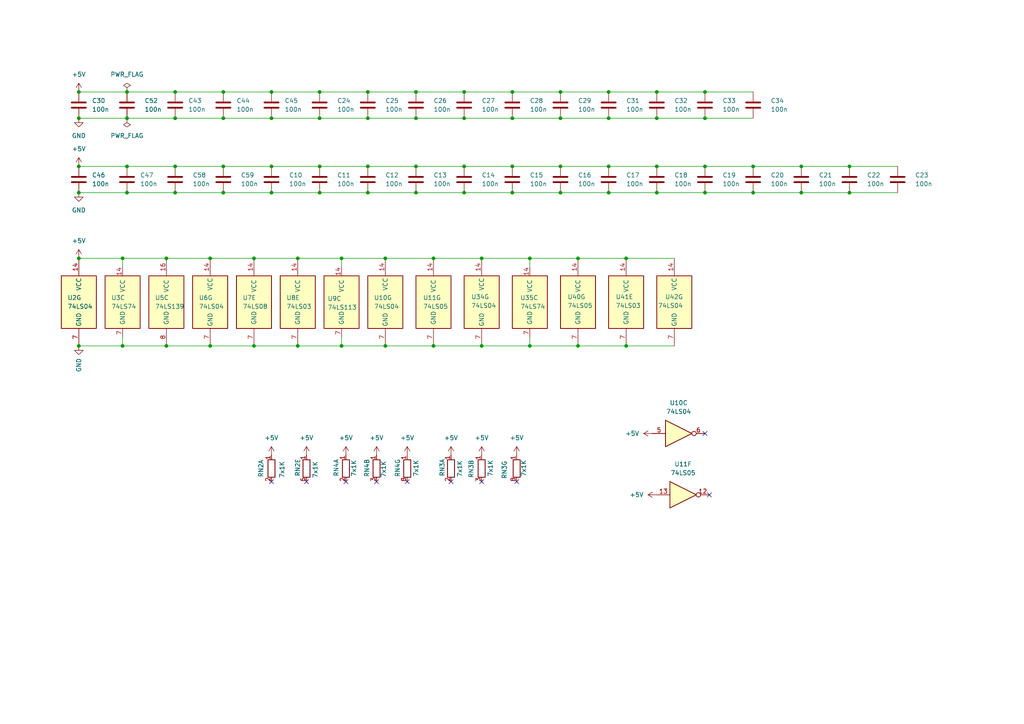
<source format=kicad_sch>
(kicad_sch (version 20250114) (generator "eeschema") (generator_version "9.0")
  (paper "A4")
  (title_block (title "CST Thor  - Clone/Upgrade for Sinclair QL") (date "2025-03-15") (rev "0,1") (company "(C) 2025 Alvaro Alea Fdz") (comment 1 "https://ohwr.org/cern_ohl_s_v2.txt") (comment 2 "CERN Open Hardware Licence Version 2 - Strongly Reciprocal") (comment 3 "Under License") (comment 4 "Power Distribution and Decoupling Capacitors"))
  (lib_symbols
    (symbol "74xx:74LS03" (pin_names (offset 1.016))
      (property "Reference" "U" (at 0 1.27 0))
      (property "Value" "74LS03" (at 0 -1.27 0))
      (symbol "74LS03_1_1"
        (pin input line (at -7.62 2.54 0) (length 3.81) (name "~") (number "1"))
        (pin input line (at -7.62 -2.54 0) (length 3.81) (name "~") (number "2"))
        (pin open_collector inverted (at 7.62 0 180) (length 3.81) (name "~") (number "3"))
      )
      (symbol "74LS03_1_2"
        (pin input inverted (at -7.62 2.54 0) (length 4.318) (name "~") (number "1"))
        (pin input inverted (at -7.62 -2.54 0) (length 4.318) (name "~") (number "2"))
        (pin open_collector line (at 7.62 0 180) (length 3.81) (name "~") (number "3"))
      )
      (symbol "74LS03_2_1"
        (pin input line (at -7.62 2.54 0) (length 3.81) (name "~") (number "4"))
        (pin input line (at -7.62 -2.54 0) (length 3.81) (name "~") (number "5"))
        (pin open_collector inverted (at 7.62 0 180) (length 3.81) (name "~") (number "6"))
      )
      (symbol "74LS03_2_2"
        (pin input inverted (at -7.62 2.54 0) (length 4.318) (name "~") (number "4"))
        (pin input inverted (at -7.62 -2.54 0) (length 4.318) (name "~") (number "5"))
        (pin open_collector line (at 7.62 0 180) (length 3.81) (name "~") (number "6"))
      )
      (symbol "74LS03_3_1"
        (pin input line (at -7.62 2.54 0) (length 3.81) (name "~") (number "9"))
        (pin input line (at -7.62 -2.54 0) (length 3.81) (name "~") (number "10"))
        (pin open_collector inverted (at 7.62 0 180) (length 3.81) (name "~") (number "8"))
      )
      (symbol "74LS03_3_2"
        (pin input inverted (at -7.62 2.54 0) (length 4.318) (name "~") (number "9"))
        (pin input inverted (at -7.62 -2.54 0) (length 4.318) (name "~") (number "10"))
        (pin open_collector line (at 7.62 0 180) (length 3.81) (name "~") (number "8"))
      )
      (symbol "74LS03_4_1"
        (pin input line (at -7.62 2.54 0) (length 3.81) (name "~") (number "12"))
        (pin input line (at -7.62 -2.54 0) (length 3.81) (name "~") (number "13"))
        (pin open_collector inverted (at 7.62 0 180) (length 3.81) (name "~") (number "11"))
      )
      (symbol "74LS03_4_2"
        (pin input inverted (at -7.62 2.54 0) (length 4.318) (name "~") (number "12"))
        (pin input inverted (at -7.62 -2.54 0) (length 4.318) (name "~") (number "13"))
        (pin open_collector line (at 7.62 0 180) (length 3.81) (name "~") (number "11"))
      )
      (symbol "74LS03_5_0"
        (pin power_in line (at 0 12.7 270) (length 5.08) (name "VCC") (number "14"))
        (pin power_in line (at 0 -12.7 90) (length 5.08) (name "GND") (number "7"))
      )
    )
    (symbol "74xx:74LS04"
      (property "Reference" "U" (at 0 1.27 0))
      (property "Value" "74LS04" (at 0 -1.27 0))
      (symbol "74LS04_1_0"
        (pin input line (at -7.62 0 0) (length 3.81) (name "~") (number "1"))
        (pin output inverted (at 7.62 0 180) (length 3.81) (name "~") (number "2"))
      )
      (symbol "74LS04_2_0"
        (pin input line (at -7.62 0 0) (length 3.81) (name "~") (number "3"))
        (pin output inverted (at 7.62 0 180) (length 3.81) (name "~") (number "4"))
      )
      (symbol "74LS04_3_0"
        (pin input line (at -7.62 0 0) (length 3.81) (name "~") (number "5"))
        (pin output inverted (at 7.62 0 180) (length 3.81) (name "~") (number "6"))
      )
      (symbol "74LS04_4_0"
        (pin input line (at -7.62 0 0) (length 3.81) (name "~") (number "9"))
        (pin output inverted (at 7.62 0 180) (length 3.81) (name "~") (number "8"))
      )
      (symbol "74LS04_5_0"
        (pin input line (at -7.62 0 0) (length 3.81) (name "~") (number "11"))
        (pin output inverted (at 7.62 0 180) (length 3.81) (name "~") (number "10"))
      )
      (symbol "74LS04_6_0"
        (pin input line (at -7.62 0 0) (length 3.81) (name "~") (number "13"))
        (pin output inverted (at 7.62 0 180) (length 3.81) (name "~") (number "12"))
      )
      (symbol "74LS04_7_0"
        (pin power_in line (at 0 12.7 270) (length 5.08) (name "VCC") (number "14"))
        (pin power_in line (at 0 -12.7 90) (length 5.08) (name "GND") (number "7"))
      )
    )
    (symbol "74xx:74LS05" (pin_names (offset 1.016))
      (property "Reference" "U" (at 0 1.27 0))
      (property "Value" "74LS05" (at 0 -1.27 0))
      (symbol "74LS05_1_0"
        (pin input line (at -7.62 0 0) (length 3.81) (name "~") (number "1"))
        (pin open_collector inverted (at 7.62 0 180) (length 3.81) (name "~") (number "2"))
      )
      (symbol "74LS05_2_0"
        (pin input line (at -7.62 0 0) (length 3.81) (name "~") (number "3"))
        (pin open_collector inverted (at 7.62 0 180) (length 3.81) (name "~") (number "4"))
      )
      (symbol "74LS05_3_0"
        (pin input line (at -7.62 0 0) (length 3.81) (name "~") (number "5"))
        (pin open_collector inverted (at 7.62 0 180) (length 3.81) (name "~") (number "6"))
      )
      (symbol "74LS05_4_0"
        (pin input line (at -7.62 0 0) (length 3.81) (name "~") (number "9"))
        (pin open_collector inverted (at 7.62 0 180) (length 3.81) (name "~") (number "8"))
      )
      (symbol "74LS05_5_0"
        (pin input line (at -7.62 0 0) (length 3.81) (name "~") (number "11"))
        (pin open_collector inverted (at 7.62 0 180) (length 3.81) (name "~") (number "10"))
      )
      (symbol "74LS05_6_0"
        (pin input line (at -7.62 0 0) (length 3.81) (name "~") (number "13"))
        (pin open_collector inverted (at 7.62 0 180) (length 3.81) (name "~") (number "12"))
      )
      (symbol "74LS05_7_0"
        (pin power_in line (at 0 12.7 270) (length 5.08) (name "VCC") (number "14"))
        (pin power_in line (at 0 -12.7 90) (length 5.08) (name "GND") (number "7"))
      )
    )
    (symbol "74xx:74LS08" (pin_names (offset 1.016))
      (property "Reference" "U" (at 0 1.27 0))
      (property "Value" "74LS08" (at 0 -1.27 0))
      (symbol "74LS08_1_1"
        (pin input line (at -7.62 2.54 0) (length 3.81) (name "~") (number "1"))
        (pin input line (at -7.62 -2.54 0) (length 3.81) (name "~") (number "2"))
        (pin output line (at 7.62 0 180) (length 3.81) (name "~") (number "3"))
      )
      (symbol "74LS08_1_2"
        (pin input inverted (at -7.62 2.54 0) (length 4.318) (name "~") (number "1"))
        (pin input inverted (at -7.62 -2.54 0) (length 4.318) (name "~") (number "2"))
        (pin output inverted (at 7.62 0 180) (length 3.81) (name "~") (number "3"))
      )
      (symbol "74LS08_2_1"
        (pin input line (at -7.62 2.54 0) (length 3.81) (name "~") (number "4"))
        (pin input line (at -7.62 -2.54 0) (length 3.81) (name "~") (number "5"))
        (pin output line (at 7.62 0 180) (length 3.81) (name "~") (number "6"))
      )
      (symbol "74LS08_2_2"
        (pin input inverted (at -7.62 2.54 0) (length 4.318) (name "~") (number "4"))
        (pin input inverted (at -7.62 -2.54 0) (length 4.318) (name "~") (number "5"))
        (pin output inverted (at 7.62 0 180) (length 3.81) (name "~") (number "6"))
      )
      (symbol "74LS08_3_1"
        (pin input line (at -7.62 2.54 0) (length 3.81) (name "~") (number "9"))
        (pin input line (at -7.62 -2.54 0) (length 3.81) (name "~") (number "10"))
        (pin output line (at 7.62 0 180) (length 3.81) (name "~") (number "8"))
      )
      (symbol "74LS08_3_2"
        (pin input inverted (at -7.62 2.54 0) (length 4.318) (name "~") (number "9"))
        (pin input inverted (at -7.62 -2.54 0) (length 4.318) (name "~") (number "10"))
        (pin output inverted (at 7.62 0 180) (length 3.81) (name "~") (number "8"))
      )
      (symbol "74LS08_4_1"
        (pin input line (at -7.62 2.54 0) (length 3.81) (name "~") (number "12"))
        (pin input line (at -7.62 -2.54 0) (length 3.81) (name "~") (number "13"))
        (pin output line (at 7.62 0 180) (length 3.81) (name "~") (number "11"))
      )
      (symbol "74LS08_4_2"
        (pin input inverted (at -7.62 2.54 0) (length 4.318) (name "~") (number "12"))
        (pin input inverted (at -7.62 -2.54 0) (length 4.318) (name "~") (number "13"))
        (pin output inverted (at 7.62 0 180) (length 3.81) (name "~") (number "11"))
      )
      (symbol "74LS08_5_0"
        (pin power_in line (at 0 12.7 270) (length 5.08) (name "VCC") (number "14"))
        (pin power_in line (at 0 -12.7 90) (length 5.08) (name "GND") (number "7"))
      )
    )
    (symbol "74xx:74LS113" (pin_names (offset 1.016))
      (property "Reference" "U" (at -7.62 8.89 0))
      (property "Value" "74LS113" (at -7.62 -8.89 0))
      (symbol "74LS113_1_0"
        (pin input line (at -7.62 2.54 0) (length 2.54) (name "J") (number "3"))
        (pin input clock (at -7.62 0 0) (length 2.54) (name "C") (number "1"))
        (pin input line (at -7.62 -2.54 0) (length 2.54) (name "K") (number "2"))
        (pin input line (at 0 7.62 270) (length 2.54) (name "~{S}") (number "4"))
        (pin output line (at 7.62 2.54 180) (length 2.54) (name "Q") (number "5"))
        (pin output line (at 7.62 -2.54 180) (length 2.54) (name "~{Q}") (number "6"))
      )
      (symbol "74LS113_2_0"
        (pin input line (at -7.62 2.54 0) (length 2.54) (name "J") (number "11"))
        (pin input clock (at -7.62 0 0) (length 2.54) (name "C") (number "13"))
        (pin input line (at -7.62 -2.54 0) (length 2.54) (name "K") (number "12"))
        (pin input line (at 0 7.62 270) (length 2.54) (name "~{S}") (number "10"))
        (pin output line (at 7.62 2.54 180) (length 2.54) (name "Q") (number "9"))
        (pin output line (at 7.62 -2.54 180) (length 2.54) (name "~{Q}") (number "8"))
      )
      (symbol "74LS113_3_0"
        (pin power_in line (at 0 10.16 270) (length 2.54) (name "VCC") (number "14"))
        (pin power_in line (at 0 -10.16 90) (length 2.54) (name "GND") (number "7"))
      )
    )
    (symbol "74xx:74LS139" (pin_names (offset 1.016))
      (property "Reference" "U" (at -7.62 8.89 0))
      (property "Value" "74LS139" (at -7.62 -8.89 0))
      (symbol "74LS139_1_0"
        (pin input line (at -12.7 2.54 0) (length 5.08) (name "A1") (number "3"))
        (pin input line (at -12.7 0 0) (length 5.08) (name "A0") (number "2"))
        (pin input inverted (at -12.7 -5.08 0) (length 5.08) (name "E") (number "1"))
        (pin output inverted (at 12.7 2.54 180) (length 5.08) (name "O0") (number "4"))
        (pin output inverted (at 12.7 0 180) (length 5.08) (name "O1") (number "5"))
        (pin output inverted (at 12.7 -2.54 180) (length 5.08) (name "O2") (number "6"))
        (pin output inverted (at 12.7 -5.08 180) (length 5.08) (name "O3") (number "7"))
      )
      (symbol "74LS139_2_0"
        (pin input line (at -12.7 2.54 0) (length 5.08) (name "A1") (number "13"))
        (pin input line (at -12.7 0 0) (length 5.08) (name "A0") (number "14"))
        (pin input inverted (at -12.7 -5.08 0) (length 5.08) (name "E") (number "15"))
        (pin output inverted (at 12.7 2.54 180) (length 5.08) (name "O0") (number "12"))
        (pin output inverted (at 12.7 0 180) (length 5.08) (name "O1") (number "11"))
        (pin output inverted (at 12.7 -2.54 180) (length 5.08) (name "O2") (number "10"))
        (pin output inverted (at 12.7 -5.08 180) (length 5.08) (name "O3") (number "9"))
      )
      (symbol "74LS139_3_0"
        (pin power_in line (at 0 12.7 270) (length 5.08) (name "VCC") (number "16"))
        (pin power_in line (at 0 -12.7 90) (length 5.08) (name "GND") (number "8"))
      )
    )
    (symbol "74xx:74LS74" (pin_names (offset 1.016))
      (property "Reference" "U" (at -7.62 8.89 0))
      (property "Value" "74LS74" (at -7.62 -8.89 0))
      (symbol "74LS74_1_0"
        (pin input line (at -7.62 2.54 0) (length 2.54) (name "D") (number "2"))
        (pin input clock (at -7.62 0 0) (length 2.54) (name "C") (number "3"))
        (pin input line (at 0 7.62 270) (length 2.54) (name "~{S}") (number "4"))
        (pin input line (at 0 -7.62 90) (length 2.54) (name "~{R}") (number "1"))
        (pin output line (at 7.62 2.54 180) (length 2.54) (name "Q") (number "5"))
        (pin output line (at 7.62 -2.54 180) (length 2.54) (name "~{Q}") (number "6"))
      )
      (symbol "74LS74_2_0"
        (pin input line (at -7.62 2.54 0) (length 2.54) (name "D") (number "12"))
        (pin input clock (at -7.62 0 0) (length 2.54) (name "C") (number "11"))
        (pin input line (at 0 7.62 270) (length 2.54) (name "~{S}") (number "10"))
        (pin input line (at 0 -7.62 90) (length 2.54) (name "~{R}") (number "13"))
        (pin output line (at 7.62 2.54 180) (length 2.54) (name "Q") (number "9"))
        (pin output line (at 7.62 -2.54 180) (length 2.54) (name "~{Q}") (number "8"))
      )
      (symbol "74LS74_3_0"
        (pin power_in line (at 0 10.16 270) (length 2.54) (name "VCC") (number "14"))
        (pin power_in line (at 0 -10.16 90) (length 2.54) (name "GND") (number "7"))
      )
    )
    (symbol "Device:C" (pin_numbers (hide yes)) (pin_names (offset 0.254))
      (property "Reference" "C" (at 0.635 2.54 0))
      (property "Value" "C" (at 0.635 -2.54 0))
      (symbol "C_1_1"
        (pin passive line (at 0 3.81 270) (length 2.794) (name "~") (number "1"))
        (pin passive line (at 0 -3.81 90) (length 2.794) (name "~") (number "2"))
      )
    )
    (symbol "Device:R_Network07_Split" (pin_names (offset 0) (hide yes))
      (property "Reference" "RN" (at 2.032 0 90))
      (property "Value" "R_Network07_Split" (at 0 0 90))
      (symbol "R_Network07_Split_0_1"
        (pin passive line (at 0 3.81 270) (length 1.27) (name "R1") (number "1"))
      )
      (symbol "R_Network07_Split_1_1"
        (pin passive line (at 0 -3.81 90) (length 1.27) (name "R1.2") (number "2"))
      )
      (symbol "R_Network07_Split_2_1"
        (pin passive line (at 0 -3.81 90) (length 1.27) (name "R2.2") (number "3"))
      )
      (symbol "R_Network07_Split_3_1"
        (pin passive line (at 0 -3.81 90) (length 1.27) (name "R3.2") (number "4"))
      )
      (symbol "R_Network07_Split_4_1"
        (pin passive line (at 0 -3.81 90) (length 1.27) (name "R4.2") (number "5"))
      )
      (symbol "R_Network07_Split_5_1"
        (pin passive line (at 0 -3.81 90) (length 1.27) (name "R5.2") (number "6"))
      )
      (symbol "R_Network07_Split_6_1"
        (pin passive line (at 0 -3.81 90) (length 1.27) (name "R6.2") (number "7"))
      )
      (symbol "R_Network07_Split_7_1"
        (pin passive line (at 0 -3.81 90) (length 1.27) (name "R7.2") (number "8"))
      )
    )
    (symbol "power:+5V" (power) (pin_numbers (hide yes)) (pin_names (offset 0) (hide yes))
      (property "Value" "+5V" (at 0 3.556 0))
      (symbol "+5V_1_1"
        (pin power_in line (at 0 0 90) (length 0) (name "~") (number "1"))
      )
    )
    (symbol "power:GND" (power) (pin_numbers (hide yes)) (pin_names (offset 0) (hide yes))
      (property "Value" "GND" (at 0 -3.81 0))
      (symbol "GND_1_1"
        (pin power_in line (at 0 0 270) (length 0) (name "~") (number "1"))
      )
    )
    (symbol "power:PWR_FLAG" (power) (pin_numbers (hide yes)) (pin_names (offset 0) (hide yes))
      (property "Value" "PWR_FLAG" (at 0 3.81 0))
      (symbol "PWR_FLAG_0_0"
        (pin power_out line (at 0 0 90) (length 0) (name "~") (number "1"))
      )
    )
  )
  (junction (at 204.47 48.26))
  (junction (at 176.53 55.88))
  (junction (at 111.76 100.33))
  (junction (at 134.62 34.29))
  (junction (at 181.61 74.93))
  (junction (at 167.64 100.33))
  (junction (at 50.8 55.88))
  (junction (at 190.5 48.26))
  (junction (at 148.59 55.88))
  (junction (at 153.67 74.93))
  (junction (at 232.41 55.88))
  (junction (at 125.73 74.93))
  (junction (at 106.68 55.88))
  (junction (at 78.74 26.67))
  (junction (at 106.68 48.26))
  (junction (at 92.71 48.26))
  (junction (at 99.06 74.93))
  (junction (at 92.71 34.29))
  (junction (at 36.83 48.26))
  (junction (at 167.64 74.93))
  (junction (at 50.8 26.67))
  (junction (at 162.56 26.67))
  (junction (at 78.74 34.29))
  (junction (at 120.65 34.29))
  (junction (at 50.8 34.29))
  (junction (at 204.47 55.88))
  (junction (at 36.83 34.29))
  (junction (at 162.56 55.88))
  (junction (at 36.83 26.67))
  (junction (at 48.26 100.33))
  (junction (at 148.59 34.29))
  (junction (at 48.26 74.93))
  (junction (at 78.74 48.26))
  (junction (at 106.68 34.29))
  (junction (at 64.77 48.26))
  (junction (at 92.71 55.88))
  (junction (at 22.86 100.33))
  (junction (at 134.62 55.88))
  (junction (at 78.74 55.88))
  (junction (at 139.7 74.93))
  (junction (at 50.8 48.26))
  (junction (at 120.65 55.88))
  (junction (at 176.53 48.26))
  (junction (at 162.56 48.26))
  (junction (at 60.96 74.93))
  (junction (at 232.41 48.26))
  (junction (at 86.36 74.93))
  (junction (at 22.86 48.26))
  (junction (at 218.44 48.26))
  (junction (at 162.56 34.29))
  (junction (at 246.38 55.88))
  (junction (at 22.86 26.67))
  (junction (at 106.68 26.67))
  (junction (at 148.59 26.67))
  (junction (at 73.66 74.93))
  (junction (at 181.61 100.33))
  (junction (at 176.53 26.67))
  (junction (at 120.65 26.67))
  (junction (at 64.77 55.88))
  (junction (at 139.7 100.33))
  (junction (at 190.5 26.67))
  (junction (at 22.86 34.29))
  (junction (at 153.67 100.33))
  (junction (at 35.56 74.93))
  (junction (at 176.53 34.29))
  (junction (at 73.66 100.33))
  (junction (at 35.56 100.33))
  (junction (at 64.77 26.67))
  (junction (at 22.86 55.88))
  (junction (at 92.71 26.67))
  (junction (at 190.5 55.88))
  (junction (at 204.47 34.29))
  (junction (at 204.47 26.67))
  (junction (at 148.59 48.26))
  (junction (at 111.76 74.93))
  (junction (at 60.96 100.33))
  (junction (at 134.62 26.67))
  (junction (at 246.38 48.26))
  (junction (at 120.65 48.26))
  (junction (at 125.73 100.33))
  (junction (at 36.83 55.88))
  (junction (at 86.36 100.33))
  (junction (at 190.5 34.29))
  (junction (at 134.62 48.26))
  (junction (at 218.44 55.88))
  (junction (at 99.06 100.33))
  (junction (at 22.86 74.93))
  (junction (at 64.77 34.29))
  (no_connect (at 204.47 125.73))
  (no_connect (at 78.74 139.7))
  (no_connect (at 100.33 139.7))
  (no_connect (at 205.74 143.51))
  (no_connect (at 149.86 139.7))
  (no_connect (at 88.9 139.7))
  (no_connect (at 118.11 139.7))
  (no_connect (at 109.22 139.7))
  (no_connect (at 130.81 139.7))
  (no_connect (at 139.7 139.7))
  (wire (pts (xy 181.61 74.93) (xy 195.58 74.93)))
  (wire (pts (xy 78.74 48.26) (xy 92.71 48.26)))
  (wire (pts (xy 162.56 26.67) (xy 176.53 26.67)))
  (wire (pts (xy 92.71 48.26) (xy 106.68 48.26)))
  (wire (pts (xy 153.67 74.93) (xy 153.67 77.47)))
  (wire (pts (xy 190.5 48.26) (xy 204.47 48.26)))
  (wire (pts (xy 64.77 48.26) (xy 78.74 48.26)))
  (wire (pts (xy 106.68 34.29) (xy 120.65 34.29)))
  (wire (pts (xy 232.41 48.26) (xy 246.38 48.26)))
  (wire (pts (xy 176.53 55.88) (xy 190.5 55.88)))
  (wire (pts (xy 162.56 48.26) (xy 176.53 48.26)))
  (wire (pts (xy 78.74 55.88) (xy 92.71 55.88)))
  (wire (pts (xy 204.47 55.88) (xy 218.44 55.88)))
  (wire (pts (xy 148.59 48.26) (xy 162.56 48.26)))
  (wire (pts (xy 35.56 74.93) (xy 48.26 74.93)))
  (wire (pts (xy 134.62 48.26) (xy 148.59 48.26)))
  (wire (pts (xy 48.26 74.93) (xy 60.96 74.93)))
  (wire (pts (xy 86.36 74.93) (xy 99.06 74.93)))
  (wire (pts (xy 36.83 48.26) (xy 50.8 48.26)))
  (wire (pts (xy 99.06 100.33) (xy 111.76 100.33)))
  (wire (pts (xy 99.06 74.93) (xy 99.06 77.47)))
  (wire (pts (xy 106.68 26.67) (xy 120.65 26.67)))
  (wire (pts (xy 60.96 74.93) (xy 73.66 74.93)))
  (wire (pts (xy 134.62 26.67) (xy 148.59 26.67)))
  (wire (pts (xy 148.59 34.29) (xy 162.56 34.29)))
  (wire (pts (xy 22.86 74.93) (xy 35.56 74.93)))
  (wire (pts (xy 99.06 74.93) (xy 111.76 74.93)))
  (wire (pts (xy 73.66 74.93) (xy 86.36 74.93)))
  (wire (pts (xy 64.77 55.88) (xy 78.74 55.88)))
  (wire (pts (xy 167.64 100.33) (xy 181.61 100.33)))
  (wire (pts (xy 106.68 48.26) (xy 120.65 48.26)))
  (wire (pts (xy 64.77 26.67) (xy 78.74 26.67)))
  (wire (pts (xy 22.86 48.26) (xy 36.83 48.26)))
  (wire (pts (xy 139.7 100.33) (xy 153.67 100.33)))
  (wire (pts (xy 50.8 48.26) (xy 64.77 48.26)))
  (wire (pts (xy 120.65 26.67) (xy 134.62 26.67)))
  (wire (pts (xy 73.66 100.33) (xy 86.36 100.33)))
  (wire (pts (xy 162.56 34.29) (xy 176.53 34.29)))
  (wire (pts (xy 176.53 34.29) (xy 190.5 34.29)))
  (wire (pts (xy 204.47 26.67) (xy 218.44 26.67)))
  (wire (pts (xy 48.26 100.33) (xy 60.96 100.33)))
  (wire (pts (xy 134.62 34.29) (xy 148.59 34.29)))
  (wire (pts (xy 50.8 34.29) (xy 64.77 34.29)))
  (wire (pts (xy 120.65 48.26) (xy 134.62 48.26)))
  (wire (pts (xy 232.41 55.88) (xy 246.38 55.88)))
  (wire (pts (xy 125.73 100.33) (xy 139.7 100.33)))
  (wire (pts (xy 153.67 100.33) (xy 153.67 97.79)))
  (wire (pts (xy 86.36 100.33) (xy 99.06 100.33)))
  (wire (pts (xy 246.38 48.26) (xy 260.35 48.26)))
  (wire (pts (xy 190.5 55.88) (xy 204.47 55.88)))
  (wire (pts (xy 22.86 34.29) (xy 36.83 34.29)))
  (wire (pts (xy 181.61 100.33) (xy 195.58 100.33)))
  (wire (pts (xy 92.71 34.29) (xy 106.68 34.29)))
  (wire (pts (xy 99.06 100.33) (xy 99.06 97.79)))
  (wire (pts (xy 35.56 74.93) (xy 35.56 77.47)))
  (wire (pts (xy 153.67 74.93) (xy 167.64 74.93)))
  (wire (pts (xy 204.47 48.26) (xy 218.44 48.26)))
  (wire (pts (xy 36.83 34.29) (xy 50.8 34.29)))
  (wire (pts (xy 36.83 26.67) (xy 50.8 26.67)))
  (wire (pts (xy 162.56 55.88) (xy 176.53 55.88)))
  (wire (pts (xy 181.61 74.93) (xy 167.64 74.93)))
  (wire (pts (xy 50.8 55.88) (xy 64.77 55.88)))
  (wire (pts (xy 153.67 100.33) (xy 167.64 100.33)))
  (wire (pts (xy 36.83 55.88) (xy 50.8 55.88)))
  (wire (pts (xy 35.56 97.79) (xy 35.56 100.33)))
  (wire (pts (xy 139.7 74.93) (xy 153.67 74.93)))
  (wire (pts (xy 204.47 34.29) (xy 218.44 34.29)))
  (wire (pts (xy 176.53 26.67) (xy 190.5 26.67)))
  (wire (pts (xy 148.59 26.67) (xy 162.56 26.67)))
  (wire (pts (xy 176.53 48.26) (xy 190.5 48.26)))
  (wire (pts (xy 92.71 26.67) (xy 106.68 26.67)))
  (wire (pts (xy 22.86 100.33) (xy 35.56 100.33)))
  (wire (pts (xy 190.5 34.29) (xy 204.47 34.29)))
  (wire (pts (xy 111.76 100.33) (xy 125.73 100.33)))
  (wire (pts (xy 218.44 48.26) (xy 232.41 48.26)))
  (wire (pts (xy 35.56 100.33) (xy 48.26 100.33)))
  (wire (pts (xy 22.86 55.88) (xy 36.83 55.88)))
  (wire (pts (xy 120.65 34.29) (xy 134.62 34.29)))
  (wire (pts (xy 134.62 55.88) (xy 148.59 55.88)))
  (wire (pts (xy 111.76 74.93) (xy 125.73 74.93)))
  (wire (pts (xy 125.73 74.93) (xy 139.7 74.93)))
  (wire (pts (xy 22.86 26.67) (xy 36.83 26.67)))
  (wire (pts (xy 218.44 55.88) (xy 232.41 55.88)))
  (wire (pts (xy 64.77 34.29) (xy 78.74 34.29)))
  (wire (pts (xy 106.68 55.88) (xy 120.65 55.88)))
  (wire (pts (xy 60.96 100.33) (xy 73.66 100.33)))
  (wire (pts (xy 92.71 55.88) (xy 106.68 55.88)))
  (wire (pts (xy 78.74 26.67) (xy 92.71 26.67)))
  (wire (pts (xy 190.5 26.67) (xy 204.47 26.67)))
  (wire (pts (xy 148.59 55.88) (xy 162.56 55.88)))
  (wire (pts (xy 50.8 26.67) (xy 64.77 26.67)))
  (wire (pts (xy 120.65 55.88) (xy 134.62 55.88)))
  (wire (pts (xy 246.38 55.88) (xy 260.35 55.88)))
  (wire (pts (xy 78.74 34.29) (xy 92.71 34.29)))
  (symbol (lib_id "power:+5V") (at 118.11 132.08 0) (unit 1)
    (property "Reference" "#PWR0128" (effects (hide yes)))
    (property "Value" "+5V" (at 118.11 127 0))
    (property "Description" "Power symbol creates a global label with name \"+5V\"" (effects (hide yes)))
  )
  (symbol (lib_id "Device:C") (at 120.65 30.48 0) (unit 1)
    (property "Reference" "C26" (at 125.73 29.2099 0) (effects (justify left)))
    (property "Value" "100n" (at 125.73 31.7499 0) (effects (justify left)))
    (property "Footprint" "Capacitor_THT:C_Disc_D4.3mm_W1.9mm_P5.00mm" (effects (hide yes)))
    (property "Description" "Unpolarized capacitor" (effects (hide yes)))
  )
  (symbol (lib_id "74xx:74LS139") (at 48.26 87.63 0) (unit 3)
    (property "Reference" "U5" (at 44.958 86.36 0) (effects (justify left)))
    (property "Value" "74LS139" (at 44.958 88.9 0) (effects (justify left)))
    (property "Footprint" "Package_DIP:DIP-16_W7.62mm" (effects (hide yes)))
    (property "Datasheet" "http://www.ti.com/lit/ds/symlink/sn74ls139a.pdf" (effects (hide yes)))
  )
  (symbol (lib_id "Device:C") (at 78.74 30.48 0) (unit 1)
    (property "Reference" "C45" (at 82.55 29.2099 0) (effects (justify left)))
    (property "Value" "100n" (at 82.55 31.7499 0) (effects (justify left)))
    (property "Footprint" "Capacitor_THT:C_Disc_D4.3mm_W1.9mm_P5.00mm" (effects (hide yes)))
    (property "Description" "Unpolarized capacitor" (effects (hide yes)))
  )
  (symbol (lib_id "Device:R_Network07_Split") (at 78.74 135.89 0) (unit 1)
    (property "Reference" "RN2" (at 75.692 138.43 90) (effects (justify left)))
    (property "Value" "7x1K" (at 81.788 138.684 90) (effects (justify left)))
    (property "Footprint" "Resistor_THT:R_Array_SIP8" (effects (hide yes)))
    (property "Datasheet" "http://www.vishay.com/docs/31509/csc.pdf" (effects (hide yes)))
    (property "Description" "7 resistor network, star topology, bussed resistors, split" (effects (hide yes)))
  )
  (symbol (lib_id "Device:C") (at 22.86 30.48 0) (unit 1)
    (property "Reference" "C30" (at 26.67 29.2099 0) (effects (justify left)))
    (property "Value" "100n" (at 26.67 31.7499 0) (effects (justify left)))
    (property "Footprint" "Capacitor_THT:C_Disc_D4.3mm_W1.9mm_P5.00mm" (effects (hide yes)))
    (property "Description" "Unpolarized capacitor" (effects (hide yes)))
  )
  (symbol (lib_id "Device:C") (at 36.83 52.07 0) (unit 1)
    (property "Reference" "C47" (at 40.64 50.7999 0) (effects (justify left)))
    (property "Value" "100n" (at 40.64 53.3399 0) (effects (justify left)))
    (property "Footprint" "Capacitor_THT:C_Disc_D4.3mm_W1.9mm_P5.00mm" (effects (hide yes)))
    (property "Description" "Unpolarized capacitor" (effects (hide yes)))
  )
  (symbol (lib_id "74xx:74LS04") (at 139.7 87.63 0) (unit 7)
    (property "Reference" "U34" (at 136.652 86.106 0) (effects (justify left)))
    (property "Value" "74LS04" (at 136.652 88.646 0) (effects (justify left)))
    (property "Footprint" "Package_DIP:DIP-14_W7.62mm" (effects (hide yes)))
    (property "Datasheet" "http://www.ti.com/lit/gpn/sn74LS04" (effects (hide yes)))
    (property "Description" "Hex Inverter" (effects (hide yes)))
  )
  (symbol (lib_id "power:+5V") (at 139.7 132.08 0) (unit 1)
    (property "Reference" "#PWR0130" (effects (hide yes)))
    (property "Value" "+5V" (at 139.7 127 0))
    (property "Description" "Power symbol creates a global label with name \"+5V\"" (effects (hide yes)))
  )
  (symbol (lib_id "Device:C") (at 106.68 52.07 0) (unit 1)
    (property "Reference" "C12" (at 111.76 50.7999 0) (effects (justify left)))
    (property "Value" "100n" (at 111.76 53.3399 0) (effects (justify left)))
    (property "Footprint" "Capacitor_THT:C_Disc_D4.3mm_W1.9mm_P5.00mm" (effects (hide yes)))
    (property "Description" "Unpolarized capacitor" (effects (hide yes)))
  )
  (symbol (lib_id "74xx:74LS04") (at 22.86 87.63 0) (unit 7)
    (property "Reference" "U2" (at 19.558 86.36 0) (effects (justify left)))
    (property "Value" "74LS04" (at 19.558 88.9 0) (effects (justify left)))
    (property "Footprint" "Package_DIP:DIP-14_W7.62mm" (effects (hide yes)))
    (property "Datasheet" "http://www.ti.com/lit/gpn/sn74LS04" (effects (hide yes)))
  )
  (symbol (lib_id "Device:C") (at 190.5 30.48 0) (unit 1)
    (property "Reference" "C32" (at 195.58 29.2099 0) (effects (justify left)))
    (property "Value" "100n" (at 195.58 31.7499 0) (effects (justify left)))
    (property "Footprint" "Capacitor_THT:C_Disc_D4.3mm_W1.9mm_P5.00mm" (effects (hide yes)))
    (property "Description" "Unpolarized capacitor" (effects (hide yes)))
  )
  (symbol (lib_id "Device:R_Network07_Split") (at 149.86 135.89 0) (unit 7)
    (property "Reference" "RN3" (at 146.304 133.604 90) (effects (justify right)))
    (property "Value" "7x1K" (at 151.892 133.35 90) (effects (justify right)))
    (property "Footprint" "Resistor_THT:R_Array_SIP8" (effects (hide yes)))
    (property "Datasheet" "http://www.vishay.com/docs/31509/csc.pdf" (effects (hide yes)))
    (property "Description" "7 resistor network, star topology, bussed resistors, split" (effects (hide yes)))
  )
  (symbol (lib_id "power:+5V") (at 189.23 125.73 90) (unit 1)
    (property "Reference" "#PWR0118" (effects (hide yes)))
    (property "Value" "+5V" (at 185.42 125.7299 90) (effects (justify left)))
    (property "Description" "Power symbol creates a global label with name \"+5V\"" (effects (hide yes)))
  )
  (symbol (lib_id "Device:C") (at 218.44 52.07 0) (unit 1)
    (property "Reference" "C20" (at 223.52 50.7999 0) (effects (justify left)))
    (property "Value" "100n" (at 223.52 53.3399 0) (effects (justify left)))
    (property "Footprint" "Capacitor_THT:C_Disc_D4.3mm_W1.9mm_P5.00mm" (effects (hide yes)))
    (property "Description" "Unpolarized capacitor" (effects (hide yes)))
  )
  (symbol (lib_id "power:PWR_FLAG") (at 36.83 34.29 180) (unit 1)
    (property "Reference" "#FLG045" (effects (hide yes)))
    (property "Value" "PWR_FLAG" (at 36.83 39.37 0))
    (property "Description" "Special symbol for telling ERC where power comes from" (effects (hide yes)))
  )
  (symbol (lib_id "power:+5V") (at 100.33 132.08 0) (unit 1)
    (property "Reference" "#PWR0126" (effects (hide yes)))
    (property "Value" "+5V" (at 100.33 127 0))
    (property "Description" "Power symbol creates a global label with name \"+5V\"" (effects (hide yes)))
  )
  (symbol (lib_id "Device:R_Network07_Split") (at 139.7 135.89 0) (unit 2)
    (property "Reference" "RN3" (at 136.652 133.35 90) (effects (justify right)))
    (property "Value" "7x1K" (at 142.24 133.35 90) (effects (justify right)))
    (property "Footprint" "Resistor_THT:R_Array_SIP8" (effects (hide yes)))
    (property "Datasheet" "http://www.vishay.com/docs/31509/csc.pdf" (effects (hide yes)))
    (property "Description" "7 resistor network, star topology, bussed resistors, split" (effects (hide yes)))
  )
  (symbol (lib_id "power:+5V") (at 149.86 132.08 0) (unit 1)
    (property "Reference" "#PWR0131" (effects (hide yes)))
    (property "Value" "+5V" (at 149.86 127 0))
    (property "Description" "Power symbol creates a global label with name \"+5V\"" (effects (hide yes)))
  )
  (symbol (lib_id "Device:C") (at 162.56 52.07 0) (unit 1)
    (property "Reference" "C16" (at 167.64 50.7999 0) (effects (justify left)))
    (property "Value" "100n" (at 167.64 53.3399 0) (effects (justify left)))
    (property "Footprint" "Capacitor_THT:C_Disc_D4.3mm_W1.9mm_P5.00mm" (effects (hide yes)))
    (property "Description" "Unpolarized capacitor" (effects (hide yes)))
  )
  (symbol (lib_id "power:GND") (at 22.86 55.88 0) (unit 1)
    (property "Reference" "#PWR068" (effects (hide yes)))
    (property "Value" "GND" (at 22.86 60.96 0))
    (property "Description" "Power symbol creates a global label with name \"GND\" , ground" (effects (hide yes)))
  )
  (symbol (lib_id "Device:C") (at 22.86 52.07 0) (unit 1)
    (property "Reference" "C46" (at 26.67 50.7999 0) (effects (justify left)))
    (property "Value" "100n" (at 26.67 53.3399 0) (effects (justify left)))
    (property "Footprint" "Capacitor_THT:C_Disc_D4.3mm_W1.9mm_P5.00mm" (effects (hide yes)))
    (property "Description" "Unpolarized capacitor" (effects (hide yes)))
  )
  (symbol (lib_id "Device:R_Network07_Split") (at 88.9 135.89 0) (unit 5)
    (property "Reference" "RN2" (at 86.36 138.176 90) (effects (justify left)))
    (property "Value" "7x1K" (at 91.44 138.684 90) (effects (justify left)))
    (property "Footprint" "Resistor_THT:R_Array_SIP8" (effects (hide yes)))
    (property "Datasheet" "http://www.vishay.com/docs/31509/csc.pdf" (effects (hide yes)))
    (property "Description" "7 resistor network, star topology, bussed resistors, split" (effects (hide yes)))
  )
  (symbol (lib_id "Device:C") (at 106.68 30.48 0) (unit 1)
    (property "Reference" "C25" (at 111.76 29.2099 0) (effects (justify left)))
    (property "Value" "100n" (at 111.76 31.7499 0) (effects (justify left)))
    (property "Footprint" "Capacitor_THT:C_Disc_D4.3mm_W1.9mm_P5.00mm" (effects (hide yes)))
    (property "Description" "Unpolarized capacitor" (effects (hide yes)))
  )
  (symbol (lib_id "Device:C") (at 92.71 52.07 0) (unit 1)
    (property "Reference" "C11" (at 97.79 50.7999 0) (effects (justify left)))
    (property "Value" "100n" (at 97.79 53.3399 0) (effects (justify left)))
    (property "Footprint" "Capacitor_THT:C_Disc_D4.3mm_W1.9mm_P5.00mm" (effects (hide yes)))
    (property "Description" "Unpolarized capacitor" (effects (hide yes)))
  )
  (symbol (lib_id "Device:R_Network07_Split") (at 109.22 135.89 0) (unit 2)
    (property "Reference" "RN4" (at 106.426 133.096 90) (effects (justify right)))
    (property "Value" "7x1K" (at 111.252 133.604 90) (effects (justify right)))
    (property "Footprint" "Resistor_THT:R_Array_SIP8" (effects (hide yes)))
    (property "Datasheet" "http://www.vishay.com/docs/31509/csc.pdf" (effects (hide yes)))
    (property "Description" "7 resistor network, star topology, bussed resistors, split" (effects (hide yes)))
  )
  (symbol (lib_id "power:+5V") (at 88.9 132.08 0) (unit 1)
    (property "Reference" "#PWR0125" (effects (hide yes)))
    (property "Value" "+5V" (at 88.9 127 0))
    (property "Description" "Power symbol creates a global label with name \"+5V\"" (effects (hide yes)))
  )
  (symbol (lib_id "power:+5V") (at 22.86 48.26 0) (unit 1)
    (property "Reference" "#PWR067" (effects (hide yes)))
    (property "Value" "+5V" (at 22.86 43.18 0))
    (property "Description" "Power symbol creates a global label with name \"+5V\"" (effects (hide yes)))
  )
  (symbol (lib_id "Device:R_Network07_Split") (at 100.33 135.89 0) (unit 1)
    (property "Reference" "RN4" (at 97.536 133.096 90) (effects (justify right)))
    (property "Value" "7x1K" (at 102.616 133.35 90) (effects (justify right)))
    (property "Footprint" "Resistor_THT:R_Array_SIP8" (effects (hide yes)))
    (property "Datasheet" "http://www.vishay.com/docs/31509/csc.pdf" (effects (hide yes)))
    (property "Description" "7 resistor network, star topology, bussed resistors, split" (effects (hide yes)))
  )
  (symbol (lib_id "power:+5V") (at 190.5 143.51 90) (unit 1)
    (property "Reference" "#PWR081" (effects (hide yes)))
    (property "Value" "+5V" (at 186.69 143.5099 90) (effects (justify left)))
    (property "Description" "Power symbol creates a global label with name \"+5V\"" (effects (hide yes)))
  )
  (symbol (lib_id "power:+5V") (at 130.81 132.08 0) (unit 1)
    (property "Reference" "#PWR0129" (effects (hide yes)))
    (property "Value" "+5V" (at 130.81 127 0))
    (property "Description" "Power symbol creates a global label with name \"+5V\"" (effects (hide yes)))
  )
  (symbol (lib_id "74xx:74LS05") (at 167.64 87.63 0) (unit 7)
    (property "Reference" "U40" (at 164.592 86.106 0) (effects (justify left)))
    (property "Value" "74LS05" (at 164.592 88.646 0) (effects (justify left)))
    (property "Footprint" "Package_DIP:DIP-14_W7.62mm" (effects (hide yes)))
    (property "Datasheet" "http://www.ti.com/lit/gpn/sn74LS05" (effects (hide yes)))
    (property "Description" "Inverter Open Collect" (effects (hide yes)))
  )
  (symbol (lib_id "Device:C") (at 190.5 52.07 0) (unit 1)
    (property "Reference" "C18" (at 195.58 50.7999 0) (effects (justify left)))
    (property "Value" "100n" (at 195.58 53.3399 0) (effects (justify left)))
    (property "Footprint" "Capacitor_THT:C_Disc_D4.3mm_W1.9mm_P5.00mm" (effects (hide yes)))
    (property "Description" "Unpolarized capacitor" (effects (hide yes)))
  )
  (symbol (lib_id "74xx:74LS03") (at 86.36 87.63 0) (unit 5)
    (property "Reference" "U8" (at 83.058 86.3599 0) (effects (justify left)))
    (property "Value" "74LS03" (at 83.058 88.8999 0) (effects (justify left)))
    (property "Footprint" "Package_DIP:DIP-14_W7.62mm" (effects (hide yes)))
    (property "Datasheet" "http://www.ti.com/lit/gpn/sn74LS03" (effects (hide yes)))
    (property "Description" "Quad 2-input NAND open collector" (effects (hide yes)))
  )
  (symbol (lib_id "Device:C") (at 176.53 30.48 0) (unit 1)
    (property "Reference" "C31" (at 181.61 29.2099 0) (effects (justify left)))
    (property "Value" "100n" (at 181.61 31.7499 0) (effects (justify left)))
    (property "Footprint" "Capacitor_THT:C_Disc_D4.3mm_W1.9mm_P5.00mm" (effects (hide yes)))
    (property "Description" "Unpolarized capacitor" (effects (hide yes)))
  )
  (symbol (lib_id "74xx:74LS04") (at 196.85 125.73 0) (unit 3)
    (property "Reference" "U10" (at 196.85 116.84 0))
    (property "Value" "74LS04" (at 196.85 119.38 0))
    (property "Footprint" "Package_DIP:DIP-14_W7.62mm" (effects (hide yes)))
    (property "Datasheet" "http://www.ti.com/lit/gpn/sn74LS04" (effects (hide yes)))
    (property "Description" "Hex Inverter" (effects (hide yes)))
  )
  (symbol (lib_id "Device:C") (at 204.47 52.07 0) (unit 1)
    (property "Reference" "C19" (at 209.55 50.7999 0) (effects (justify left)))
    (property "Value" "100n" (at 209.55 53.3399 0) (effects (justify left)))
    (property "Footprint" "Capacitor_THT:C_Disc_D4.3mm_W1.9mm_P5.00mm" (effects (hide yes)))
    (property "Description" "Unpolarized capacitor" (effects (hide yes)))
  )
  (symbol (lib_id "74xx:74LS74") (at 35.56 87.63 0) (unit 3)
    (property "Reference" "U3" (at 32.258 86.36 0) (effects (justify left)))
    (property "Value" "74LS74" (at 32.258 88.9 0) (effects (justify left)))
    (property "Footprint" "Package_DIP:DIP-14_W7.62mm" (effects (hide yes)))
    (property "Datasheet" "74xx/74hc_hct74.pdf" (effects (hide yes)))
  )
  (symbol (lib_id "power:+5V") (at 78.74 132.08 0) (unit 1)
    (property "Reference" "#PWR0124" (effects (hide yes)))
    (property "Value" "+5V" (at 78.74 127 0))
    (property "Description" "Power symbol creates a global label with name \"+5V\"" (effects (hide yes)))
  )
  (symbol (lib_id "Device:C") (at 134.62 52.07 0) (unit 1)
    (property "Reference" "C14" (at 139.7 50.7999 0) (effects (justify left)))
    (property "Value" "100n" (at 139.7 53.3399 0) (effects (justify left)))
    (property "Footprint" "Capacitor_THT:C_Disc_D4.3mm_W1.9mm_P5.00mm" (effects (hide yes)))
    (property "Description" "Unpolarized capacitor" (effects (hide yes)))
  )
  (symbol (lib_id "Device:R_Network07_Split") (at 118.11 135.89 0) (unit 7)
    (property "Reference" "RN4" (at 115.316 133.096 90) (effects (justify right)))
    (property "Value" "7x1K" (at 120.65 133.35 90) (effects (justify right)))
    (property "Footprint" "Resistor_THT:R_Array_SIP8" (effects (hide yes)))
    (property "Datasheet" "http://www.vishay.com/docs/31509/csc.pdf" (effects (hide yes)))
    (property "Description" "7 resistor network, star topology, bussed resistors, split" (effects (hide yes)))
  )
  (symbol (lib_id "Device:C") (at 50.8 52.07 0) (unit 1)
    (property "Reference" "C58" (at 55.88 50.7999 0) (effects (justify left)))
    (property "Value" "100n" (at 55.88 53.3399 0) (effects (justify left)))
    (property "Footprint" "Capacitor_THT:C_Disc_D4.3mm_W1.9mm_P5.00mm" (effects (hide yes)))
    (property "Description" "Unpolarized capacitor" (effects (hide yes)))
  )
  (symbol (lib_id "74xx:74LS113") (at 99.06 87.63 0) (unit 3)
    (property "Reference" "U9" (at 94.996 86.614 0) (effects (justify left)))
    (property "Value" "74LS113" (at 94.996 89.154 0) (effects (justify left)))
    (property "Footprint" "Package_DIP:DIP-14_W7.62mm" (effects (hide yes)))
    (property "Datasheet" "http://www.ti.com/lit/gpn/sn74LS113" (effects (hide yes)))
    (property "Description" "dual JK flip-flop, Set" (effects (hide yes)))
  )
  (symbol (lib_id "74xx:74LS04") (at 60.96 87.63 0) (unit 7)
    (property "Reference" "U6" (at 57.658 86.36 0) (effects (justify left)))
    (property "Value" "74LS04" (at 57.658 88.9 0) (effects (justify left)))
    (property "Footprint" "Package_DIP:DIP-14_W7.62mm" (effects (hide yes)))
    (property "Datasheet" "http://www.ti.com/lit/gpn/sn74LS04" (effects (hide yes)))
  )
  (symbol (lib_id "Device:C") (at 176.53 52.07 0) (unit 1)
    (property "Reference" "C17" (at 181.61 50.7999 0) (effects (justify left)))
    (property "Value" "100n" (at 181.61 53.3399 0) (effects (justify left)))
    (property "Footprint" "Capacitor_THT:C_Disc_D4.3mm_W1.9mm_P5.00mm" (effects (hide yes)))
    (property "Description" "Unpolarized capacitor" (effects (hide yes)))
  )
  (symbol (lib_id "Device:C") (at 232.41 52.07 0) (unit 1)
    (property "Reference" "C21" (at 237.49 50.7999 0) (effects (justify left)))
    (property "Value" "100n" (at 237.49 53.3399 0) (effects (justify left)))
    (property "Footprint" "Capacitor_THT:C_Disc_D4.3mm_W1.9mm_P5.00mm" (effects (hide yes)))
    (property "Description" "Unpolarized capacitor" (effects (hide yes)))
  )
  (symbol (lib_id "74xx:74LS74") (at 153.67 87.63 0) (unit 3)
    (property "Reference" "U35" (at 150.876 86.36 0) (effects (justify left)))
    (property "Value" "74LS74" (at 150.876 88.9 0) (effects (justify left)))
    (property "Footprint" "Package_DIP:DIP-14_W7.62mm" (effects (hide yes)))
    (property "Datasheet" "74xx/74hc_hct74.pdf" (effects (hide yes)))
    (property "Description" "Dual D Flip-flop, Set & Reset" (effects (hide yes)))
  )
  (symbol (lib_id "Device:C") (at 120.65 52.07 0) (unit 1)
    (property "Reference" "C13" (at 125.73 50.7999 0) (effects (justify left)))
    (property "Value" "100n" (at 125.73 53.3399 0) (effects (justify left)))
    (property "Footprint" "Capacitor_THT:C_Disc_D4.3mm_W1.9mm_P5.00mm" (effects (hide yes)))
    (property "Description" "Unpolarized capacitor" (effects (hide yes)))
  )
  (symbol (lib_id "Device:C") (at 50.8 30.48 0) (unit 1)
    (property "Reference" "C43" (at 54.61 29.2099 0) (effects (justify left)))
    (property "Value" "100n" (at 54.61 31.7499 0) (effects (justify left)))
    (property "Footprint" "Capacitor_THT:C_Disc_D4.3mm_W1.9mm_P5.00mm" (effects (hide yes)))
    (property "Description" "Unpolarized capacitor" (effects (hide yes)))
  )
  (symbol (lib_id "power:GND") (at 22.86 100.33 0) (unit 1)
    (property "Reference" "#PWR014" (effects (hide yes)))
    (property "Value" "GND" (at 22.8599 107.95 90) (effects (justify left)))
    (property "Description" "Power symbol creates a global label with name \"GND\" , ground" (effects (hide yes)))
  )
  (symbol (lib_id "Device:R_Network07_Split") (at 130.81 135.89 0) (unit 1)
    (property "Reference" "RN3" (at 128.27 138.176 90) (effects (justify left)))
    (property "Value" "7x1K" (at 133.35 138.43 90) (effects (justify left)))
    (property "Footprint" "Resistor_THT:R_Array_SIP8" (effects (hide yes)))
    (property "Datasheet" "http://www.vishay.com/docs/31509/csc.pdf" (effects (hide yes)))
    (property "Description" "7 resistor network, star topology, bussed resistors, split" (effects (hide yes)))
  )
  (symbol (lib_id "Device:C") (at 148.59 52.07 0) (unit 1)
    (property "Reference" "C15" (at 153.67 50.7999 0) (effects (justify left)))
    (property "Value" "100n" (at 153.67 53.3399 0) (effects (justify left)))
    (property "Footprint" "Capacitor_THT:C_Disc_D4.3mm_W1.9mm_P5.00mm" (effects (hide yes)))
    (property "Description" "Unpolarized capacitor" (effects (hide yes)))
  )
  (symbol (lib_id "74xx:74LS03") (at 181.61 87.63 0) (unit 5)
    (property "Reference" "U41" (at 178.562 86.106 0) (effects (justify left)))
    (property "Value" "74LS03" (at 178.562 88.646 0) (effects (justify left)))
    (property "Footprint" "Package_DIP:DIP-14_W7.62mm" (effects (hide yes)))
    (property "Datasheet" "http://www.ti.com/lit/gpn/sn74LS03" (effects (hide yes)))
    (property "Description" "Quad 2-input NAND open collector" (effects (hide yes)))
  )
  (symbol (lib_id "74xx:74LS08") (at 73.66 87.63 0) (unit 5)
    (property "Reference" "U7" (at 70.358 86.36 0) (effects (justify left)))
    (property "Value" "74LS08" (at 70.358 88.9 0) (effects (justify left)))
    (property "Footprint" "Package_DIP:DIP-14_W7.62mm" (effects (hide yes)))
    (property "Datasheet" "http://www.ti.com/lit/gpn/sn74LS08" (effects (hide yes)))
  )
  (symbol (lib_id "power:+5V") (at 22.86 74.93 0) (unit 1)
    (property "Reference" "#PWR013" (effects (hide yes)))
    (property "Value" "+5V" (at 22.86 69.85 0))
    (property "Description" "Power symbol creates a global label with name \"+5V\"" (effects (hide yes)))
  )
  (symbol (lib_id "Device:C") (at 218.44 30.48 0) (unit 1)
    (property "Reference" "C34" (at 223.52 29.2099 0) (effects (justify left)))
    (property "Value" "100n" (at 223.52 31.7499 0) (effects (justify left)))
    (property "Footprint" "Capacitor_THT:C_Disc_D4.3mm_W1.9mm_P5.00mm" (effects (hide yes)))
    (property "Description" "Unpolarized capacitor" (effects (hide yes)))
  )
  (symbol (lib_id "74xx:74LS04") (at 111.76 87.63 0) (unit 7)
    (property "Reference" "U10" (at 108.458 86.36 0) (effects (justify left)))
    (property "Value" "74LS04" (at 108.458 88.9 0) (effects (justify left)))
    (property "Footprint" "Package_DIP:DIP-14_W7.62mm" (effects (hide yes)))
    (property "Datasheet" "http://www.ti.com/lit/gpn/sn74LS04" (effects (hide yes)))
    (property "Description" "Hex Inverter" (effects (hide yes)))
  )
  (symbol (lib_id "power:+5V") (at 22.86 26.67 0) (unit 1)
    (property "Reference" "#PWR08" (effects (hide yes)))
    (property "Value" "+5V" (at 22.86 21.59 0))
    (property "Description" "Power symbol creates a global label with name \"+5V\"" (effects (hide yes)))
  )
  (symbol (lib_id "Device:C") (at 64.77 30.48 0) (unit 1)
    (property "Reference" "C44" (at 68.58 29.2099 0) (effects (justify left)))
    (property "Value" "100n" (at 68.58 31.7499 0) (effects (justify left)))
    (property "Footprint" "Capacitor_THT:C_Disc_D4.3mm_W1.9mm_P5.00mm" (effects (hide yes)))
    (property "Description" "Unpolarized capacitor" (effects (hide yes)))
  )
  (symbol (lib_id "Device:C") (at 260.35 52.07 0) (unit 1)
    (property "Reference" "C23" (at 265.43 50.7999 0) (effects (justify left)))
    (property "Value" "100n" (at 265.43 53.3399 0) (effects (justify left)))
    (property "Footprint" "Capacitor_THT:C_Disc_D4.3mm_W1.9mm_P5.00mm" (effects (hide yes)))
    (property "Description" "Unpolarized capacitor" (effects (hide yes)))
  )
  (symbol (lib_id "Device:C") (at 92.71 30.48 0) (unit 1)
    (property "Reference" "C24" (at 97.79 29.2099 0) (effects (justify left)))
    (property "Value" "100n" (at 97.79 31.7499 0) (effects (justify left)))
    (property "Footprint" "Capacitor_THT:C_Disc_D4.3mm_W1.9mm_P5.00mm" (effects (hide yes)))
    (property "Description" "Unpolarized capacitor" (effects (hide yes)))
  )
  (symbol (lib_id "Device:C") (at 78.74 52.07 0) (unit 1)
    (property "Reference" "C10" (at 83.82 50.7999 0) (effects (justify left)))
    (property "Value" "100n" (at 83.82 53.3399 0) (effects (justify left)))
    (property "Footprint" "Capacitor_THT:C_Disc_D4.3mm_W1.9mm_P5.00mm" (effects (hide yes)))
    (property "Description" "Unpolarized capacitor" (effects (hide yes)))
  )
  (symbol (lib_id "Device:C") (at 64.77 52.07 0) (unit 1)
    (property "Reference" "C59" (at 69.85 50.7999 0) (effects (justify left)))
    (property "Value" "100n" (at 69.85 53.3399 0) (effects (justify left)))
    (property "Footprint" "Capacitor_THT:C_Disc_D4.3mm_W1.9mm_P5.00mm" (effects (hide yes)))
    (property "Description" "Unpolarized capacitor" (effects (hide yes)))
  )
  (symbol (lib_id "74xx:74LS04") (at 195.58 87.63 0) (mirror y) (unit 7)
    (property "Reference" "U42" (at 198.12 86.106 0) (effects (justify left)))
    (property "Value" "74LS04" (at 198.12 88.646 0) (effects (justify left)))
    (property "Footprint" "Package_DIP:DIP-14_W7.62mm" (effects (hide yes)))
    (property "Datasheet" "http://www.ti.com/lit/gpn/sn74LS04" (effects (hide yes)))
    (property "Description" "Hex Inverter" (effects (hide yes)))
  )
  (symbol (lib_id "power:+5V") (at 109.22 132.08 0) (unit 1)
    (property "Reference" "#PWR0127" (effects (hide yes)))
    (property "Value" "+5V" (at 109.22 127 0))
    (property "Description" "Power symbol creates a global label with name \"+5V\"" (effects (hide yes)))
  )
  (symbol (lib_id "power:GND") (at 22.86 34.29 0) (unit 1)
    (property "Reference" "#PWR065" (effects (hide yes)))
    (property "Value" "GND" (at 22.86 39.37 0))
    (property "Description" "Power symbol creates a global label with name \"GND\" , ground" (effects (hide yes)))
  )
  (symbol (lib_id "power:PWR_FLAG") (at 36.83 26.67 0) (unit 1)
    (property "Reference" "#FLG042" (effects (hide yes)))
    (property "Value" "PWR_FLAG" (at 36.83 21.59 0))
    (property "Description" "Special symbol for telling ERC where power comes from" (effects (hide yes)))
  )
  (symbol (lib_id "74xx:74LS05") (at 125.73 87.63 0) (unit 7)
    (property "Reference" "U11" (at 122.682 86.36 0) (effects (justify left)))
    (property "Value" "74LS05" (at 122.682 88.9 0) (effects (justify left)))
    (property "Footprint" "Package_DIP:DIP-14_W7.62mm" (effects (hide yes)))
    (property "Datasheet" "http://www.ti.com/lit/gpn/sn74LS05" (effects (hide yes)))
    (property "Description" "Inverter Open Collect" (effects (hide yes)))
  )
  (symbol (lib_id "Device:C") (at 134.62 30.48 0) (unit 1)
    (property "Reference" "C27" (at 139.7 29.2099 0) (effects (justify left)))
    (property "Value" "100n" (at 139.7 31.7499 0) (effects (justify left)))
    (property "Footprint" "Capacitor_THT:C_Disc_D4.3mm_W1.9mm_P5.00mm" (effects (hide yes)))
    (property "Description" "Unpolarized capacitor" (effects (hide yes)))
  )
  (symbol (lib_id "Device:C") (at 148.59 30.48 0) (unit 1)
    (property "Reference" "C28" (at 153.67 29.2099 0) (effects (justify left)))
    (property "Value" "100n" (at 153.67 31.7499 0) (effects (justify left)))
    (property "Footprint" "Capacitor_THT:C_Disc_D4.3mm_W1.9mm_P5.00mm" (effects (hide yes)))
    (property "Description" "Unpolarized capacitor" (effects (hide yes)))
  )
  (symbol (lib_id "Device:C") (at 162.56 30.48 0) (unit 1)
    (property "Reference" "C29" (at 167.64 29.2099 0) (effects (justify left)))
    (property "Value" "100n" (at 167.64 31.7499 0) (effects (justify left)))
    (property "Footprint" "Capacitor_THT:C_Disc_D4.3mm_W1.9mm_P5.00mm" (effects (hide yes)))
    (property "Description" "Unpolarized capacitor" (effects (hide yes)))
  )
  (symbol (lib_id "Device:C") (at 246.38 52.07 0) (unit 1)
    (property "Reference" "C22" (at 251.46 50.7999 0) (effects (justify left)))
    (property "Value" "100n" (at 251.46 53.3399 0) (effects (justify left)))
    (property "Footprint" "Capacitor_THT:C_Disc_D4.3mm_W1.9mm_P5.00mm" (effects (hide yes)))
    (property "Description" "Unpolarized capacitor" (effects (hide yes)))
  )
  (symbol (lib_id "74xx:74LS05") (at 198.12 143.51 0) (unit 6)
    (property "Reference" "U11" (at 198.12 134.62 0))
    (property "Value" "74LS05" (at 198.12 137.16 0))
    (property "Footprint" "Package_DIP:DIP-14_W7.62mm" (effects (hide yes)))
    (property "Datasheet" "http://www.ti.com/lit/gpn/sn74LS05" (effects (hide yes)))
    (property "Description" "Inverter Open Collect" (effects (hide yes)))
  )
  (symbol (lib_id "Device:C") (at 36.83 30.48 0) (unit 1)
    (property "Reference" "C52" (at 41.91 29.2099 0) (effects (justify left)))
    (property "Value" "100n" (at 41.91 31.7499 0) (effects (justify left)))
    (property "Footprint" "Capacitor_THT:C_Disc_D4.3mm_W1.9mm_P5.00mm" (effects (hide yes)))
    (property "Description" "Unpolarized capacitor" (effects (hide yes)))
  )
  (symbol (lib_id "Device:C") (at 204.47 30.48 0) (unit 1)
    (property "Reference" "C33" (at 209.55 29.2099 0) (effects (justify left)))
    (property "Value" "100n" (at 209.55 31.7499 0) (effects (justify left)))
    (property "Footprint" "Capacitor_THT:C_Disc_D4.3mm_W1.9mm_P5.00mm" (effects (hide yes)))
    (property "Description" "Unpolarized capacitor" (effects (hide yes)))
  )
)
</source>
